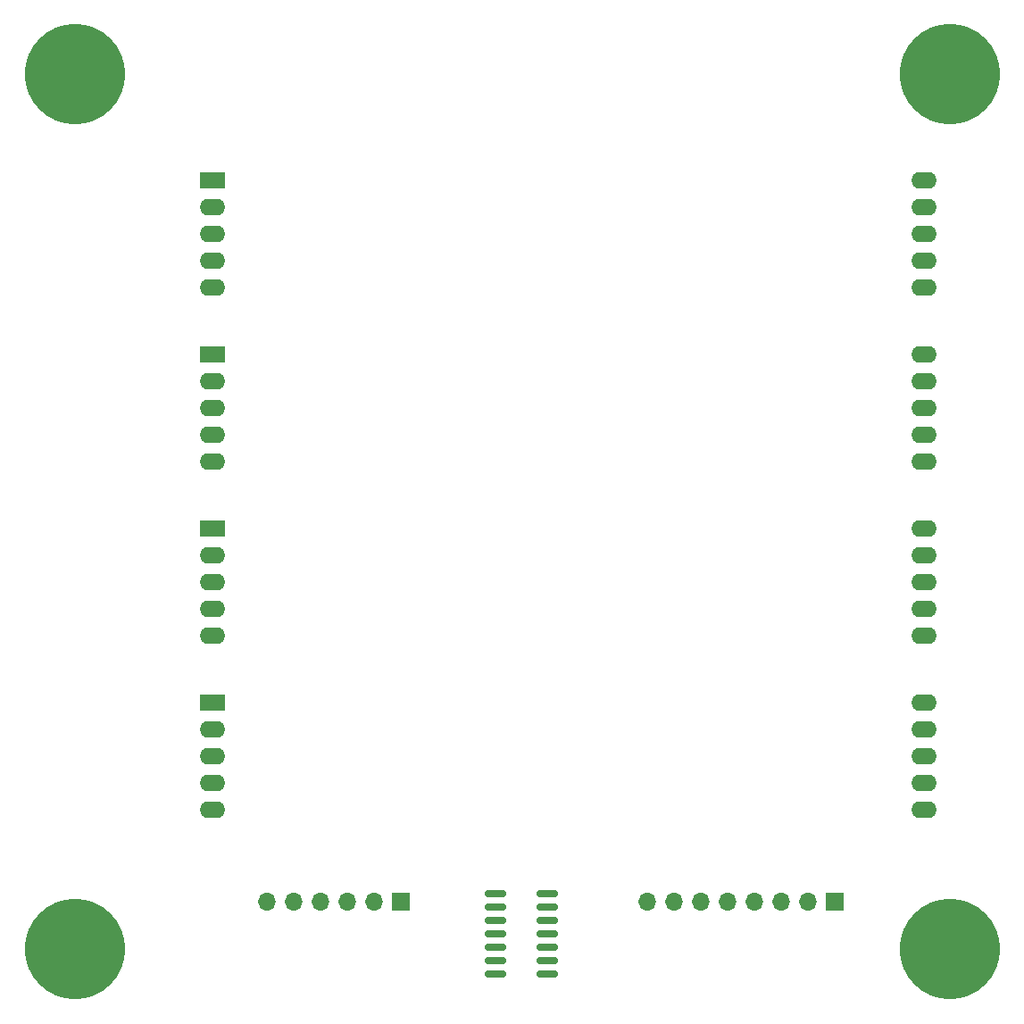
<source format=gts>
%TF.GenerationSoftware,KiCad,Pcbnew,(6.0.1)*%
%TF.CreationDate,2022-08-01T09:45:51-04:00*%
%TF.ProjectId,MAX7219X4,4d415837-3231-4395-9834-2e6b69636164,2*%
%TF.SameCoordinates,Original*%
%TF.FileFunction,Soldermask,Top*%
%TF.FilePolarity,Negative*%
%FSLAX46Y46*%
G04 Gerber Fmt 4.6, Leading zero omitted, Abs format (unit mm)*
G04 Created by KiCad (PCBNEW (6.0.1)) date 2022-08-01 09:45:51*
%MOMM*%
%LPD*%
G01*
G04 APERTURE LIST*
G04 Aperture macros list*
%AMRoundRect*
0 Rectangle with rounded corners*
0 $1 Rounding radius*
0 $2 $3 $4 $5 $6 $7 $8 $9 X,Y pos of 4 corners*
0 Add a 4 corners polygon primitive as box body*
4,1,4,$2,$3,$4,$5,$6,$7,$8,$9,$2,$3,0*
0 Add four circle primitives for the rounded corners*
1,1,$1+$1,$2,$3*
1,1,$1+$1,$4,$5*
1,1,$1+$1,$6,$7*
1,1,$1+$1,$8,$9*
0 Add four rect primitives between the rounded corners*
20,1,$1+$1,$2,$3,$4,$5,0*
20,1,$1+$1,$4,$5,$6,$7,0*
20,1,$1+$1,$6,$7,$8,$9,0*
20,1,$1+$1,$8,$9,$2,$3,0*%
G04 Aperture macros list end*
%ADD10R,1.700000X1.700000*%
%ADD11O,1.700000X1.700000*%
%ADD12R,2.400000X1.600000*%
%ADD13O,2.400000X1.600000*%
%ADD14RoundRect,0.150000X0.825000X0.150000X-0.825000X0.150000X-0.825000X-0.150000X0.825000X-0.150000X0*%
%ADD15C,9.525000*%
G04 APERTURE END LIST*
D10*
%TO.C,J1*%
X133081000Y-111506000D03*
D11*
X130541000Y-111506000D03*
X128001000Y-111506000D03*
X125461000Y-111506000D03*
X122921000Y-111506000D03*
X120381000Y-111506000D03*
X117841000Y-111506000D03*
X115301000Y-111506000D03*
%TD*%
D10*
%TO.C,J2*%
X91948000Y-111449000D03*
D11*
X89408000Y-111449000D03*
X86868000Y-111449000D03*
X84328000Y-111449000D03*
X81788000Y-111449000D03*
X79248000Y-111449000D03*
%TD*%
D12*
%TO.C,BRD4*%
X74045000Y-43025000D03*
D13*
X74045000Y-45565000D03*
X74045000Y-48105000D03*
X74045000Y-50645000D03*
X74045000Y-53185000D03*
X141545000Y-53225000D03*
X141545000Y-50685000D03*
X141545000Y-48145000D03*
X141545000Y-45605000D03*
X141545000Y-43065000D03*
%TD*%
D12*
%TO.C,BRD1*%
X74045000Y-92555000D03*
D13*
X74045000Y-95095000D03*
X74045000Y-97635000D03*
X74045000Y-100175000D03*
X74045000Y-102715000D03*
X141545000Y-102755000D03*
X141545000Y-100215000D03*
X141545000Y-97675000D03*
X141545000Y-95135000D03*
X141545000Y-92595000D03*
%TD*%
D14*
%TO.C,U1*%
X105853000Y-118364000D03*
X105853000Y-117094000D03*
X105853000Y-115824000D03*
X105853000Y-114554000D03*
X105853000Y-113284000D03*
X105853000Y-112014000D03*
X105853000Y-110744000D03*
X100903000Y-110744000D03*
X100903000Y-112014000D03*
X100903000Y-113284000D03*
X100903000Y-114554000D03*
X100903000Y-115824000D03*
X100903000Y-117094000D03*
X100903000Y-118364000D03*
%TD*%
D15*
%TO.C,MTG4*%
X144000000Y-33000000D03*
%TD*%
%TO.C,MTG1*%
X61000000Y-116000000D03*
%TD*%
D12*
%TO.C,BRD3*%
X74045000Y-59535000D03*
D13*
X74045000Y-62075000D03*
X74045000Y-64615000D03*
X74045000Y-67155000D03*
X74045000Y-69695000D03*
X141545000Y-69735000D03*
X141545000Y-67195000D03*
X141545000Y-64655000D03*
X141545000Y-62115000D03*
X141545000Y-59575000D03*
%TD*%
D15*
%TO.C,MTG2*%
X144000000Y-116000000D03*
%TD*%
D12*
%TO.C,BRD2*%
X74045000Y-76045000D03*
D13*
X74045000Y-78585000D03*
X74045000Y-81125000D03*
X74045000Y-83665000D03*
X74045000Y-86205000D03*
X141545000Y-86245000D03*
X141545000Y-83705000D03*
X141545000Y-81165000D03*
X141545000Y-78625000D03*
X141545000Y-76085000D03*
%TD*%
D15*
%TO.C,MTG3*%
X61000000Y-33000000D03*
%TD*%
M02*

</source>
